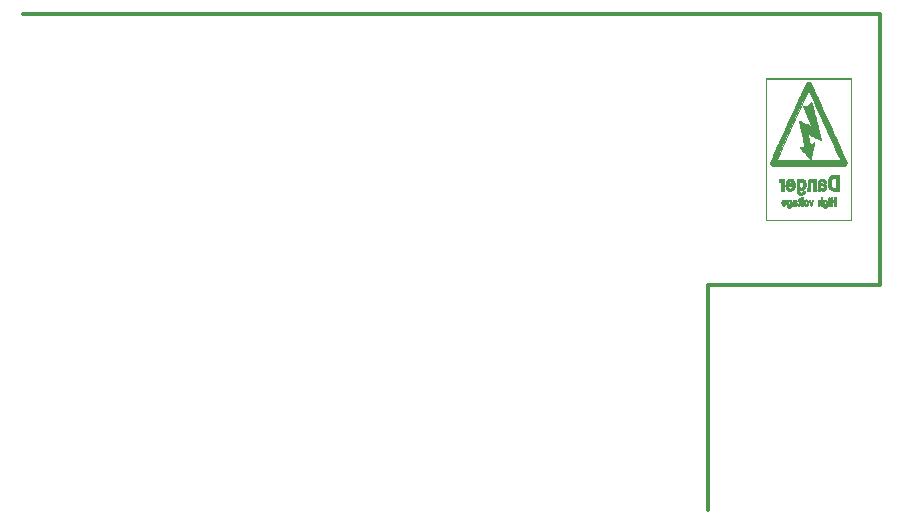
<source format=gbr>
G04 #@! TF.GenerationSoftware,KiCad,Pcbnew,5.1.4+dfsg1-1*
G04 #@! TF.CreationDate,2020-01-26T17:09:30+03:00*
G04 #@! TF.ProjectId,smart-roller-gate-controller,736d6172-742d-4726-9f6c-6c65722d6761,rev?*
G04 #@! TF.SameCoordinates,Original*
G04 #@! TF.FileFunction,Legend,Bot*
G04 #@! TF.FilePolarity,Positive*
%FSLAX46Y46*%
G04 Gerber Fmt 4.6, Leading zero omitted, Abs format (unit mm)*
G04 Created by KiCad (PCBNEW 5.1.4+dfsg1-1) date 2020-01-26 17:09:30*
%MOMM*%
%LPD*%
G04 APERTURE LIST*
%ADD10C,0.300000*%
%ADD11C,0.010000*%
G04 APERTURE END LIST*
D10*
X158000000Y-156000000D02*
X158000000Y-175000000D01*
X172500000Y-156000000D02*
X158000000Y-156000000D01*
X172500000Y-133000000D02*
X172500000Y-156000000D01*
X100000000Y-133000000D02*
X172500000Y-133000000D01*
D11*
G36*
X162876266Y-150511333D02*
G01*
X170089866Y-150511333D01*
X170089866Y-138509833D01*
X170072933Y-138509833D01*
X170072933Y-150490167D01*
X162893200Y-150490167D01*
X162893200Y-138509833D01*
X170072933Y-138509833D01*
X170089866Y-138509833D01*
X170089866Y-138488667D01*
X162876266Y-138488667D01*
X162876266Y-150511333D01*
X162876266Y-150511333D01*
G37*
X162876266Y-150511333D02*
X170089866Y-150511333D01*
X170089866Y-138509833D01*
X170072933Y-138509833D01*
X170072933Y-150490167D01*
X162893200Y-150490167D01*
X162893200Y-138509833D01*
X170072933Y-138509833D01*
X170089866Y-138509833D01*
X170089866Y-138488667D01*
X162876266Y-138488667D01*
X162876266Y-150511333D01*
G36*
X167868553Y-148740694D02*
G01*
X167824567Y-148766283D01*
X167797346Y-148783335D01*
X167786933Y-148776867D01*
X167772223Y-148761164D01*
X167736778Y-148754502D01*
X167736133Y-148754500D01*
X167685333Y-148754500D01*
X167685333Y-149028486D01*
X167685726Y-149141948D01*
X167687568Y-149221422D01*
X167691853Y-149275251D01*
X167699574Y-149311779D01*
X167711725Y-149339347D01*
X167724797Y-149359822D01*
X167756317Y-149395920D01*
X167795344Y-149415156D01*
X167854880Y-149423884D01*
X167856030Y-149423970D01*
X167912416Y-149425554D01*
X167957168Y-149422225D01*
X167973199Y-149417956D01*
X168019932Y-149381653D01*
X168050918Y-149333668D01*
X168057866Y-149301553D01*
X168044260Y-149273419D01*
X168011864Y-149261854D01*
X167973312Y-149267634D01*
X167941235Y-149291540D01*
X167939333Y-149294250D01*
X167901744Y-149323171D01*
X167857372Y-149321319D01*
X167816911Y-149294181D01*
X167791057Y-149247242D01*
X167786933Y-149216063D01*
X167790779Y-149186509D01*
X167807231Y-149193887D01*
X167812454Y-149199125D01*
X167845458Y-149216974D01*
X167894246Y-149227153D01*
X167904557Y-149227783D01*
X167974197Y-149211291D01*
X168029900Y-149162019D01*
X168067622Y-149087673D01*
X168083323Y-148995957D01*
X168082046Y-148981887D01*
X167973199Y-148981887D01*
X167961077Y-149047838D01*
X167930268Y-149092809D01*
X167889112Y-149111004D01*
X167845948Y-149096627D01*
X167830476Y-149081071D01*
X167810910Y-149033762D01*
X167804529Y-148970371D01*
X167811994Y-148911435D01*
X167824186Y-148885733D01*
X167864783Y-148859739D01*
X167909098Y-148866474D01*
X167947530Y-148899743D01*
X167970480Y-148953351D01*
X167973199Y-148981887D01*
X168082046Y-148981887D01*
X168074888Y-148903079D01*
X168043400Y-148823238D01*
X167993105Y-148766604D01*
X167932118Y-148737611D01*
X167868553Y-148740694D01*
X167868553Y-148740694D01*
G37*
X167868553Y-148740694D02*
X167824567Y-148766283D01*
X167797346Y-148783335D01*
X167786933Y-148776867D01*
X167772223Y-148761164D01*
X167736778Y-148754502D01*
X167736133Y-148754500D01*
X167685333Y-148754500D01*
X167685333Y-149028486D01*
X167685726Y-149141948D01*
X167687568Y-149221422D01*
X167691853Y-149275251D01*
X167699574Y-149311779D01*
X167711725Y-149339347D01*
X167724797Y-149359822D01*
X167756317Y-149395920D01*
X167795344Y-149415156D01*
X167854880Y-149423884D01*
X167856030Y-149423970D01*
X167912416Y-149425554D01*
X167957168Y-149422225D01*
X167973199Y-149417956D01*
X168019932Y-149381653D01*
X168050918Y-149333668D01*
X168057866Y-149301553D01*
X168044260Y-149273419D01*
X168011864Y-149261854D01*
X167973312Y-149267634D01*
X167941235Y-149291540D01*
X167939333Y-149294250D01*
X167901744Y-149323171D01*
X167857372Y-149321319D01*
X167816911Y-149294181D01*
X167791057Y-149247242D01*
X167786933Y-149216063D01*
X167790779Y-149186509D01*
X167807231Y-149193887D01*
X167812454Y-149199125D01*
X167845458Y-149216974D01*
X167894246Y-149227153D01*
X167904557Y-149227783D01*
X167974197Y-149211291D01*
X168029900Y-149162019D01*
X168067622Y-149087673D01*
X168083323Y-148995957D01*
X168082046Y-148981887D01*
X167973199Y-148981887D01*
X167961077Y-149047838D01*
X167930268Y-149092809D01*
X167889112Y-149111004D01*
X167845948Y-149096627D01*
X167830476Y-149081071D01*
X167810910Y-149033762D01*
X167804529Y-148970371D01*
X167811994Y-148911435D01*
X167824186Y-148885733D01*
X167864783Y-148859739D01*
X167909098Y-148866474D01*
X167947530Y-148899743D01*
X167970480Y-148953351D01*
X167973199Y-148981887D01*
X168082046Y-148981887D01*
X168074888Y-148903079D01*
X168043400Y-148823238D01*
X167993105Y-148766604D01*
X167932118Y-148737611D01*
X167868553Y-148740694D01*
G36*
X164809230Y-148749720D02*
G01*
X164740070Y-148751273D01*
X164726233Y-148751500D01*
X164654266Y-148752549D01*
X164654266Y-149027511D01*
X164654650Y-149141136D01*
X164656465Y-149220762D01*
X164660707Y-149274722D01*
X164668373Y-149311346D01*
X164680457Y-149338967D01*
X164694045Y-149360280D01*
X164723112Y-149394502D01*
X164758492Y-149414187D01*
X164811878Y-149424817D01*
X164837295Y-149427442D01*
X164896121Y-149431087D01*
X164933622Y-149425736D01*
X164962147Y-149406928D01*
X164993365Y-149371050D01*
X165023052Y-149326817D01*
X165036253Y-149292360D01*
X165035382Y-149283901D01*
X165009524Y-149265982D01*
X164968498Y-149264057D01*
X164928056Y-149276842D01*
X164908266Y-149294250D01*
X164870617Y-149323972D01*
X164827876Y-149322367D01*
X164791586Y-149294496D01*
X164773291Y-149245424D01*
X164772799Y-149234835D01*
X164779480Y-149206477D01*
X164802433Y-149211463D01*
X164862928Y-149227423D01*
X164930927Y-149218758D01*
X164982111Y-149192292D01*
X165025053Y-149133943D01*
X165050276Y-149051339D01*
X165052265Y-149008975D01*
X164940218Y-149008975D01*
X164922294Y-149065949D01*
X164888811Y-149104876D01*
X164857466Y-149114333D01*
X164820204Y-149100018D01*
X164799409Y-149081071D01*
X164776900Y-149026146D01*
X164775696Y-148955691D01*
X164790329Y-148901275D01*
X164821078Y-148868417D01*
X164864702Y-148862641D01*
X164907498Y-148884790D01*
X164915523Y-148893595D01*
X164939116Y-148947132D01*
X164940218Y-149008975D01*
X165052265Y-149008975D01*
X165054638Y-148958435D01*
X165046559Y-148906112D01*
X165015506Y-148819107D01*
X164970042Y-148768045D01*
X164905095Y-148748176D01*
X164877307Y-148747694D01*
X164809230Y-148749720D01*
X164809230Y-148749720D01*
G37*
X164809230Y-148749720D02*
X164740070Y-148751273D01*
X164726233Y-148751500D01*
X164654266Y-148752549D01*
X164654266Y-149027511D01*
X164654650Y-149141136D01*
X164656465Y-149220762D01*
X164660707Y-149274722D01*
X164668373Y-149311346D01*
X164680457Y-149338967D01*
X164694045Y-149360280D01*
X164723112Y-149394502D01*
X164758492Y-149414187D01*
X164811878Y-149424817D01*
X164837295Y-149427442D01*
X164896121Y-149431087D01*
X164933622Y-149425736D01*
X164962147Y-149406928D01*
X164993365Y-149371050D01*
X165023052Y-149326817D01*
X165036253Y-149292360D01*
X165035382Y-149283901D01*
X165009524Y-149265982D01*
X164968498Y-149264057D01*
X164928056Y-149276842D01*
X164908266Y-149294250D01*
X164870617Y-149323972D01*
X164827876Y-149322367D01*
X164791586Y-149294496D01*
X164773291Y-149245424D01*
X164772799Y-149234835D01*
X164779480Y-149206477D01*
X164802433Y-149211463D01*
X164862928Y-149227423D01*
X164930927Y-149218758D01*
X164982111Y-149192292D01*
X165025053Y-149133943D01*
X165050276Y-149051339D01*
X165052265Y-149008975D01*
X164940218Y-149008975D01*
X164922294Y-149065949D01*
X164888811Y-149104876D01*
X164857466Y-149114333D01*
X164820204Y-149100018D01*
X164799409Y-149081071D01*
X164776900Y-149026146D01*
X164775696Y-148955691D01*
X164790329Y-148901275D01*
X164821078Y-148868417D01*
X164864702Y-148862641D01*
X164907498Y-148884790D01*
X164915523Y-148893595D01*
X164939116Y-148947132D01*
X164940218Y-149008975D01*
X165052265Y-149008975D01*
X165054638Y-148958435D01*
X165046559Y-148906112D01*
X165015506Y-148819107D01*
X164970042Y-148768045D01*
X164905095Y-148748176D01*
X164877307Y-148747694D01*
X164809230Y-148749720D01*
G36*
X168667466Y-148818000D02*
G01*
X168464266Y-148818000D01*
X168464266Y-148564000D01*
X168345733Y-148564000D01*
X168345733Y-149265182D01*
X168400766Y-149258549D01*
X168455800Y-149251917D01*
X168460775Y-149098458D01*
X168465750Y-148945000D01*
X168665982Y-148945000D01*
X168670958Y-149098458D01*
X168675933Y-149251917D01*
X168730966Y-149258549D01*
X168785999Y-149265182D01*
X168785999Y-148564000D01*
X168667466Y-148564000D01*
X168667466Y-148818000D01*
X168667466Y-148818000D01*
G37*
X168667466Y-148818000D02*
X168464266Y-148818000D01*
X168464266Y-148564000D01*
X168345733Y-148564000D01*
X168345733Y-149265182D01*
X168400766Y-149258549D01*
X168455800Y-149251917D01*
X168460775Y-149098458D01*
X168465750Y-148945000D01*
X168665982Y-148945000D01*
X168670958Y-149098458D01*
X168675933Y-149251917D01*
X168730966Y-149258549D01*
X168785999Y-149265182D01*
X168785999Y-148564000D01*
X168667466Y-148564000D01*
X168667466Y-148818000D01*
G36*
X168159466Y-149262500D02*
G01*
X168207444Y-149262500D01*
X168246226Y-149257967D01*
X168266711Y-149248389D01*
X168271212Y-149222747D01*
X168274861Y-149163865D01*
X168277254Y-149080833D01*
X168278000Y-148994389D01*
X168278000Y-148754500D01*
X168159466Y-148754500D01*
X168159466Y-149262500D01*
X168159466Y-149262500D01*
G37*
X168159466Y-149262500D02*
X168207444Y-149262500D01*
X168246226Y-149257967D01*
X168266711Y-149248389D01*
X168271212Y-149222747D01*
X168274861Y-149163865D01*
X168277254Y-149080833D01*
X168278000Y-148994389D01*
X168278000Y-148754500D01*
X168159466Y-148754500D01*
X168159466Y-149262500D01*
G36*
X167520934Y-148565919D02*
G01*
X167505809Y-148578587D01*
X167500012Y-148612370D01*
X167499066Y-148677637D01*
X167499066Y-148681617D01*
X167498496Y-148748083D01*
X167494578Y-148779672D01*
X167483996Y-148783838D01*
X167463437Y-148768038D01*
X167461432Y-148766283D01*
X167400164Y-148735925D01*
X167337284Y-148744492D01*
X167286630Y-148785288D01*
X167267636Y-148812099D01*
X167255507Y-148841699D01*
X167248718Y-148883836D01*
X167245746Y-148948258D01*
X167245067Y-149044715D01*
X167245066Y-149051212D01*
X167245066Y-149265182D01*
X167300099Y-149258549D01*
X167355133Y-149251917D01*
X167363599Y-149061417D01*
X167368329Y-148970455D01*
X167373906Y-148913500D01*
X167382181Y-148882241D01*
X167395005Y-148868370D01*
X167407415Y-148864603D01*
X167441401Y-148869147D01*
X167465702Y-148900078D01*
X167482159Y-148962209D01*
X167492614Y-149060356D01*
X167494578Y-149092391D01*
X167503905Y-149262500D01*
X167600666Y-149262500D01*
X167600666Y-148564000D01*
X167549866Y-148564000D01*
X167520934Y-148565919D01*
X167520934Y-148565919D01*
G37*
X167520934Y-148565919D02*
X167505809Y-148578587D01*
X167500012Y-148612370D01*
X167499066Y-148677637D01*
X167499066Y-148681617D01*
X167498496Y-148748083D01*
X167494578Y-148779672D01*
X167483996Y-148783838D01*
X167463437Y-148768038D01*
X167461432Y-148766283D01*
X167400164Y-148735925D01*
X167337284Y-148744492D01*
X167286630Y-148785288D01*
X167267636Y-148812099D01*
X167255507Y-148841699D01*
X167248718Y-148883836D01*
X167245746Y-148948258D01*
X167245067Y-149044715D01*
X167245066Y-149051212D01*
X167245066Y-149265182D01*
X167300099Y-149258549D01*
X167355133Y-149251917D01*
X167363599Y-149061417D01*
X167368329Y-148970455D01*
X167373906Y-148913500D01*
X167382181Y-148882241D01*
X167395005Y-148868370D01*
X167407415Y-148864603D01*
X167441401Y-148869147D01*
X167465702Y-148900078D01*
X167482159Y-148962209D01*
X167492614Y-149060356D01*
X167494578Y-149092391D01*
X167503905Y-149262500D01*
X167600666Y-149262500D01*
X167600666Y-148564000D01*
X167549866Y-148564000D01*
X167520934Y-148565919D01*
G36*
X166519077Y-148756879D02*
G01*
X166500343Y-148762708D01*
X166500000Y-148763713D01*
X166505340Y-148786058D01*
X166519904Y-148840261D01*
X166541500Y-148918322D01*
X166567942Y-149012243D01*
X166569495Y-149017713D01*
X166598922Y-149120079D01*
X166620481Y-149189030D01*
X166637380Y-149231155D01*
X166652823Y-149253046D01*
X166670016Y-149261293D01*
X166688560Y-149262500D01*
X166726559Y-149254411D01*
X166746002Y-149236042D01*
X166756283Y-149199519D01*
X166773286Y-149137149D01*
X166794437Y-149058592D01*
X166817163Y-148973508D01*
X166838892Y-148891558D01*
X166857051Y-148822403D01*
X166869068Y-148775703D01*
X166872533Y-148760924D01*
X166857694Y-148756555D01*
X166821539Y-148754519D01*
X166817260Y-148754500D01*
X166788745Y-148756398D01*
X166769624Y-148767809D01*
X166754821Y-148797306D01*
X166739263Y-148853462D01*
X166726424Y-148907958D01*
X166690862Y-149061417D01*
X166653048Y-148907958D01*
X166633238Y-148830199D01*
X166617896Y-148784476D01*
X166601734Y-148762286D01*
X166579463Y-148755124D01*
X166557617Y-148754500D01*
X166519077Y-148756879D01*
X166519077Y-148756879D01*
G37*
X166519077Y-148756879D02*
X166500343Y-148762708D01*
X166500000Y-148763713D01*
X166505340Y-148786058D01*
X166519904Y-148840261D01*
X166541500Y-148918322D01*
X166567942Y-149012243D01*
X166569495Y-149017713D01*
X166598922Y-149120079D01*
X166620481Y-149189030D01*
X166637380Y-149231155D01*
X166652823Y-149253046D01*
X166670016Y-149261293D01*
X166688560Y-149262500D01*
X166726559Y-149254411D01*
X166746002Y-149236042D01*
X166756283Y-149199519D01*
X166773286Y-149137149D01*
X166794437Y-149058592D01*
X166817163Y-148973508D01*
X166838892Y-148891558D01*
X166857051Y-148822403D01*
X166869068Y-148775703D01*
X166872533Y-148760924D01*
X166857694Y-148756555D01*
X166821539Y-148754519D01*
X166817260Y-148754500D01*
X166788745Y-148756398D01*
X166769624Y-148767809D01*
X166754821Y-148797306D01*
X166739263Y-148853462D01*
X166726424Y-148907958D01*
X166690862Y-149061417D01*
X166653048Y-148907958D01*
X166633238Y-148830199D01*
X166617896Y-148784476D01*
X166601734Y-148762286D01*
X166579463Y-148755124D01*
X166557617Y-148754500D01*
X166519077Y-148756879D01*
G36*
X166182670Y-148751628D02*
G01*
X166120282Y-148803882D01*
X166078566Y-148886143D01*
X166060321Y-148994464D01*
X166059733Y-149020149D01*
X166063904Y-149088667D01*
X166081314Y-149139048D01*
X166117306Y-149190533D01*
X166157769Y-149235121D01*
X166195676Y-149256328D01*
X166247457Y-149262383D01*
X166260972Y-149262500D01*
X166321155Y-149257348D01*
X166364449Y-149237234D01*
X166400308Y-149203034D01*
X166435982Y-149153746D01*
X166454577Y-149096958D01*
X166461727Y-149037206D01*
X166460689Y-149011931D01*
X166353623Y-149011931D01*
X166346899Y-149083029D01*
X166330767Y-149124765D01*
X166294320Y-149150960D01*
X166246424Y-149154027D01*
X166203835Y-149134276D01*
X166193424Y-149122243D01*
X166174557Y-149066267D01*
X166171692Y-148993077D01*
X166184090Y-148922258D01*
X166202442Y-148883191D01*
X166245435Y-148844768D01*
X166288326Y-148848675D01*
X166323484Y-148883275D01*
X166345619Y-148938761D01*
X166353623Y-149011931D01*
X166460689Y-149011931D01*
X166457118Y-148924986D01*
X166426662Y-148834405D01*
X166373426Y-148770154D01*
X166300476Y-148736921D01*
X166262933Y-148733333D01*
X166182670Y-148751628D01*
X166182670Y-148751628D01*
G37*
X166182670Y-148751628D02*
X166120282Y-148803882D01*
X166078566Y-148886143D01*
X166060321Y-148994464D01*
X166059733Y-149020149D01*
X166063904Y-149088667D01*
X166081314Y-149139048D01*
X166117306Y-149190533D01*
X166157769Y-149235121D01*
X166195676Y-149256328D01*
X166247457Y-149262383D01*
X166260972Y-149262500D01*
X166321155Y-149257348D01*
X166364449Y-149237234D01*
X166400308Y-149203034D01*
X166435982Y-149153746D01*
X166454577Y-149096958D01*
X166461727Y-149037206D01*
X166460689Y-149011931D01*
X166353623Y-149011931D01*
X166346899Y-149083029D01*
X166330767Y-149124765D01*
X166294320Y-149150960D01*
X166246424Y-149154027D01*
X166203835Y-149134276D01*
X166193424Y-149122243D01*
X166174557Y-149066267D01*
X166171692Y-148993077D01*
X166184090Y-148922258D01*
X166202442Y-148883191D01*
X166245435Y-148844768D01*
X166288326Y-148848675D01*
X166323484Y-148883275D01*
X166345619Y-148938761D01*
X166353623Y-149011931D01*
X166460689Y-149011931D01*
X166457118Y-148924986D01*
X166426662Y-148834405D01*
X166373426Y-148770154D01*
X166300476Y-148736921D01*
X166262933Y-148733333D01*
X166182670Y-148751628D01*
G36*
X165873466Y-149262500D02*
G01*
X165921444Y-149262500D01*
X165960226Y-149257967D01*
X165980711Y-149248389D01*
X165984558Y-149223418D01*
X165987842Y-149163642D01*
X165990320Y-149076587D01*
X165991748Y-148969781D01*
X165992000Y-148899139D01*
X165992000Y-148564000D01*
X165873466Y-148564000D01*
X165873466Y-149262500D01*
X165873466Y-149262500D01*
G37*
X165873466Y-149262500D02*
X165921444Y-149262500D01*
X165960226Y-149257967D01*
X165980711Y-149248389D01*
X165984558Y-149223418D01*
X165987842Y-149163642D01*
X165990320Y-149076587D01*
X165991748Y-148969781D01*
X165992000Y-148899139D01*
X165992000Y-148564000D01*
X165873466Y-148564000D01*
X165873466Y-149262500D01*
G36*
X165699899Y-148589117D02*
G01*
X165663295Y-148597843D01*
X165646442Y-148621143D01*
X165639776Y-148672658D01*
X165639611Y-148675125D01*
X165631982Y-148729439D01*
X165615564Y-148751953D01*
X165601511Y-148754500D01*
X165575399Y-148769215D01*
X165568146Y-148802188D01*
X165579580Y-148836656D01*
X165602533Y-148854200D01*
X165621196Y-148865711D01*
X165631473Y-148891593D01*
X165635732Y-148942062D01*
X165636399Y-149000385D01*
X165635306Y-149074032D01*
X165630449Y-149114809D01*
X165619467Y-149132146D01*
X165602533Y-149135500D01*
X165577743Y-149145479D01*
X165569016Y-149182608D01*
X165568666Y-149199000D01*
X165572832Y-149243878D01*
X165591811Y-149259816D01*
X165615233Y-149260829D01*
X165659723Y-149255534D01*
X165687199Y-149247811D01*
X165721075Y-149221426D01*
X165742202Y-149173972D01*
X165752719Y-149098099D01*
X165754933Y-149015038D01*
X165756322Y-148932527D01*
X165761333Y-148884541D01*
X165771230Y-148863371D01*
X165780333Y-148860333D01*
X165800761Y-148841933D01*
X165805733Y-148807417D01*
X165796901Y-148764857D01*
X165780333Y-148754500D01*
X165762798Y-148740738D01*
X165755462Y-148694946D01*
X165754933Y-148668492D01*
X165753362Y-148613944D01*
X165743493Y-148590570D01*
X165717593Y-148587217D01*
X165699899Y-148589117D01*
X165699899Y-148589117D01*
G37*
X165699899Y-148589117D02*
X165663295Y-148597843D01*
X165646442Y-148621143D01*
X165639776Y-148672658D01*
X165639611Y-148675125D01*
X165631982Y-148729439D01*
X165615564Y-148751953D01*
X165601511Y-148754500D01*
X165575399Y-148769215D01*
X165568146Y-148802188D01*
X165579580Y-148836656D01*
X165602533Y-148854200D01*
X165621196Y-148865711D01*
X165631473Y-148891593D01*
X165635732Y-148942062D01*
X165636399Y-149000385D01*
X165635306Y-149074032D01*
X165630449Y-149114809D01*
X165619467Y-149132146D01*
X165602533Y-149135500D01*
X165577743Y-149145479D01*
X165569016Y-149182608D01*
X165568666Y-149199000D01*
X165572832Y-149243878D01*
X165591811Y-149259816D01*
X165615233Y-149260829D01*
X165659723Y-149255534D01*
X165687199Y-149247811D01*
X165721075Y-149221426D01*
X165742202Y-149173972D01*
X165752719Y-149098099D01*
X165754933Y-149015038D01*
X165756322Y-148932527D01*
X165761333Y-148884541D01*
X165771230Y-148863371D01*
X165780333Y-148860333D01*
X165800761Y-148841933D01*
X165805733Y-148807417D01*
X165796901Y-148764857D01*
X165780333Y-148754500D01*
X165762798Y-148740738D01*
X165755462Y-148694946D01*
X165754933Y-148668492D01*
X165753362Y-148613944D01*
X165743493Y-148590570D01*
X165717593Y-148587217D01*
X165699899Y-148589117D01*
G36*
X165249540Y-148744696D02*
G01*
X165186981Y-148780402D01*
X165171745Y-148796701D01*
X165155129Y-148823366D01*
X165144072Y-148859919D01*
X165137075Y-148915735D01*
X165132642Y-149000185D01*
X165131046Y-149051379D01*
X165125226Y-149262500D01*
X165176202Y-149262500D01*
X165214238Y-149255332D01*
X165233631Y-149238298D01*
X165246855Y-149224682D01*
X165276262Y-149238298D01*
X165343542Y-149261118D01*
X165413199Y-149248310D01*
X165456316Y-149218630D01*
X165491656Y-149166222D01*
X165498485Y-149119457D01*
X165400092Y-149119457D01*
X165388044Y-149142555D01*
X165358944Y-149155410D01*
X165316289Y-149154180D01*
X165277957Y-149140537D01*
X165267253Y-149131267D01*
X165250899Y-149090786D01*
X165246933Y-149056780D01*
X165251350Y-149022892D01*
X165271408Y-149016242D01*
X165293499Y-149021608D01*
X165357480Y-149048832D01*
X165393799Y-149082457D01*
X165400092Y-149119457D01*
X165498485Y-149119457D01*
X165500933Y-149102702D01*
X165491632Y-149042633D01*
X165460678Y-148998442D01*
X165403491Y-148965407D01*
X165350720Y-148947859D01*
X165285483Y-148923193D01*
X165253556Y-148894763D01*
X165254488Y-148862177D01*
X165281509Y-148842323D01*
X165322394Y-148842271D01*
X165361582Y-148860860D01*
X165371514Y-148870917D01*
X165407722Y-148895691D01*
X165440457Y-148902667D01*
X165475201Y-148890767D01*
X165482481Y-148858834D01*
X165461752Y-148812516D01*
X165450564Y-148797372D01*
X165393524Y-148753210D01*
X165322452Y-148735642D01*
X165249540Y-148744696D01*
X165249540Y-148744696D01*
G37*
X165249540Y-148744696D02*
X165186981Y-148780402D01*
X165171745Y-148796701D01*
X165155129Y-148823366D01*
X165144072Y-148859919D01*
X165137075Y-148915735D01*
X165132642Y-149000185D01*
X165131046Y-149051379D01*
X165125226Y-149262500D01*
X165176202Y-149262500D01*
X165214238Y-149255332D01*
X165233631Y-149238298D01*
X165246855Y-149224682D01*
X165276262Y-149238298D01*
X165343542Y-149261118D01*
X165413199Y-149248310D01*
X165456316Y-149218630D01*
X165491656Y-149166222D01*
X165498485Y-149119457D01*
X165400092Y-149119457D01*
X165388044Y-149142555D01*
X165358944Y-149155410D01*
X165316289Y-149154180D01*
X165277957Y-149140537D01*
X165267253Y-149131267D01*
X165250899Y-149090786D01*
X165246933Y-149056780D01*
X165251350Y-149022892D01*
X165271408Y-149016242D01*
X165293499Y-149021608D01*
X165357480Y-149048832D01*
X165393799Y-149082457D01*
X165400092Y-149119457D01*
X165498485Y-149119457D01*
X165500933Y-149102702D01*
X165491632Y-149042633D01*
X165460678Y-148998442D01*
X165403491Y-148965407D01*
X165350720Y-148947859D01*
X165285483Y-148923193D01*
X165253556Y-148894763D01*
X165254488Y-148862177D01*
X165281509Y-148842323D01*
X165322394Y-148842271D01*
X165361582Y-148860860D01*
X165371514Y-148870917D01*
X165407722Y-148895691D01*
X165440457Y-148902667D01*
X165475201Y-148890767D01*
X165482481Y-148858834D01*
X165461752Y-148812516D01*
X165450564Y-148797372D01*
X165393524Y-148753210D01*
X165322452Y-148735642D01*
X165249540Y-148744696D01*
G36*
X164341081Y-148740278D02*
G01*
X164274351Y-148779898D01*
X164266419Y-148787795D01*
X164232834Y-148836819D01*
X164205031Y-148900869D01*
X164187564Y-148965717D01*
X164184988Y-149017135D01*
X164188841Y-149030155D01*
X164209484Y-149039863D01*
X164255105Y-149047126D01*
X164316828Y-149050675D01*
X164333532Y-149050833D01*
X164406819Y-149053041D01*
X164449543Y-149061088D01*
X164464880Y-149077110D01*
X164456004Y-149103243D01*
X164441390Y-149123405D01*
X164396687Y-149153950D01*
X164346538Y-149143661D01*
X164323069Y-149125590D01*
X164289093Y-149105167D01*
X164248535Y-149094961D01*
X164213788Y-149096250D01*
X164197243Y-149110311D01*
X164197066Y-149112602D01*
X164212638Y-149175357D01*
X164256049Y-149223742D01*
X164322344Y-149253953D01*
X164392261Y-149262500D01*
X164449611Y-149256408D01*
X164490973Y-149232727D01*
X164518857Y-149202185D01*
X164564350Y-149116753D01*
X164582468Y-149013550D01*
X164572950Y-148916872D01*
X164465809Y-148916872D01*
X164457274Y-148935438D01*
X164419434Y-148943837D01*
X164382737Y-148945000D01*
X164333098Y-148943719D01*
X164310654Y-148937076D01*
X164308744Y-148920874D01*
X164315599Y-148902667D01*
X164345987Y-148870736D01*
X164390697Y-148860203D01*
X164433943Y-148873090D01*
X164447680Y-148885733D01*
X164465809Y-148916872D01*
X164572950Y-148916872D01*
X164571524Y-148902388D01*
X164570868Y-148899612D01*
X164535595Y-148818205D01*
X164480005Y-148762480D01*
X164412400Y-148735488D01*
X164341081Y-148740278D01*
X164341081Y-148740278D01*
G37*
X164341081Y-148740278D02*
X164274351Y-148779898D01*
X164266419Y-148787795D01*
X164232834Y-148836819D01*
X164205031Y-148900869D01*
X164187564Y-148965717D01*
X164184988Y-149017135D01*
X164188841Y-149030155D01*
X164209484Y-149039863D01*
X164255105Y-149047126D01*
X164316828Y-149050675D01*
X164333532Y-149050833D01*
X164406819Y-149053041D01*
X164449543Y-149061088D01*
X164464880Y-149077110D01*
X164456004Y-149103243D01*
X164441390Y-149123405D01*
X164396687Y-149153950D01*
X164346538Y-149143661D01*
X164323069Y-149125590D01*
X164289093Y-149105167D01*
X164248535Y-149094961D01*
X164213788Y-149096250D01*
X164197243Y-149110311D01*
X164197066Y-149112602D01*
X164212638Y-149175357D01*
X164256049Y-149223742D01*
X164322344Y-149253953D01*
X164392261Y-149262500D01*
X164449611Y-149256408D01*
X164490973Y-149232727D01*
X164518857Y-149202185D01*
X164564350Y-149116753D01*
X164582468Y-149013550D01*
X164572950Y-148916872D01*
X164465809Y-148916872D01*
X164457274Y-148935438D01*
X164419434Y-148943837D01*
X164382737Y-148945000D01*
X164333098Y-148943719D01*
X164310654Y-148937076D01*
X164308744Y-148920874D01*
X164315599Y-148902667D01*
X164345987Y-148870736D01*
X164390697Y-148860203D01*
X164433943Y-148873090D01*
X164447680Y-148885733D01*
X164465809Y-148916872D01*
X164572950Y-148916872D01*
X164571524Y-148902388D01*
X164570868Y-148899612D01*
X164535595Y-148818205D01*
X164480005Y-148762480D01*
X164412400Y-148735488D01*
X164341081Y-148740278D01*
G36*
X168178914Y-148567540D02*
G01*
X168162582Y-148585495D01*
X168159466Y-148627500D01*
X168163757Y-148672574D01*
X168183352Y-148689165D01*
X168207444Y-148691000D01*
X168246226Y-148686467D01*
X168266711Y-148676889D01*
X168275621Y-148646601D01*
X168278000Y-148613389D01*
X168273015Y-148579850D01*
X168251554Y-148566150D01*
X168218733Y-148564000D01*
X168178914Y-148567540D01*
X168178914Y-148567540D01*
G37*
X168178914Y-148567540D02*
X168162582Y-148585495D01*
X168159466Y-148627500D01*
X168163757Y-148672574D01*
X168183352Y-148689165D01*
X168207444Y-148691000D01*
X168246226Y-148686467D01*
X168266711Y-148676889D01*
X168275621Y-148646601D01*
X168278000Y-148613389D01*
X168273015Y-148579850D01*
X168251554Y-148566150D01*
X168218733Y-148564000D01*
X168178914Y-148567540D01*
G36*
X165798346Y-146993656D02*
G01*
X165743137Y-147031939D01*
X165722371Y-147052459D01*
X165670266Y-147107263D01*
X165670266Y-147052465D01*
X165668296Y-147022109D01*
X165657076Y-147005722D01*
X165628643Y-146999007D01*
X165575031Y-146997670D01*
X165568666Y-146997667D01*
X165467066Y-146997667D01*
X165467066Y-147516930D01*
X165467461Y-147694371D01*
X165469091Y-147834887D01*
X165472625Y-147943880D01*
X165478733Y-148026754D01*
X165488083Y-148088911D01*
X165501345Y-148135752D01*
X165519187Y-148172682D01*
X165542279Y-148205102D01*
X165554015Y-148219031D01*
X165620213Y-148273272D01*
X165707644Y-148314734D01*
X165804472Y-148339762D01*
X165898858Y-148344704D01*
X165941200Y-148338555D01*
X166039687Y-148301764D01*
X166120290Y-148243380D01*
X166177566Y-148168430D01*
X166203713Y-148096119D01*
X166208001Y-148066067D01*
X166201327Y-148048436D01*
X166176764Y-148038373D01*
X166127382Y-148031023D01*
X166107517Y-148028715D01*
X166040798Y-148024704D01*
X166002318Y-148030800D01*
X165994116Y-148038866D01*
X165961961Y-148095078D01*
X165909582Y-148130362D01*
X165847001Y-148142834D01*
X165784238Y-148130612D01*
X165731317Y-148091814D01*
X165728763Y-148088712D01*
X165699581Y-148038541D01*
X165688067Y-147974796D01*
X165687199Y-147941183D01*
X165687199Y-147845609D01*
X165748829Y-147897888D01*
X165804090Y-147933921D01*
X165866819Y-147948807D01*
X165901904Y-147950167D01*
X166010155Y-147931580D01*
X166101407Y-147876861D01*
X166174081Y-147787566D01*
X166226595Y-147665253D01*
X166239336Y-147617461D01*
X166257098Y-147478676D01*
X166254799Y-147446887D01*
X166040708Y-147446887D01*
X166035751Y-147514242D01*
X166009081Y-147604516D01*
X165963996Y-147670811D01*
X165907193Y-147710788D01*
X165845372Y-147722111D01*
X165785228Y-147702441D01*
X165733459Y-147649441D01*
X165719535Y-147624610D01*
X165696311Y-147548141D01*
X165687761Y-147456270D01*
X165694807Y-147369238D01*
X165706115Y-147329650D01*
X165751897Y-147257384D01*
X165812156Y-147216873D01*
X165878711Y-147209925D01*
X165943379Y-147238350D01*
X165975502Y-147270121D01*
X166024016Y-147353665D01*
X166040708Y-147446887D01*
X166254799Y-147446887D01*
X166247456Y-147345409D01*
X166213317Y-147223906D01*
X166157590Y-147120415D01*
X166083183Y-147041184D01*
X165993004Y-146992459D01*
X165943308Y-146981536D01*
X165861040Y-146978149D01*
X165798346Y-146993656D01*
X165798346Y-146993656D01*
G37*
X165798346Y-146993656D02*
X165743137Y-147031939D01*
X165722371Y-147052459D01*
X165670266Y-147107263D01*
X165670266Y-147052465D01*
X165668296Y-147022109D01*
X165657076Y-147005722D01*
X165628643Y-146999007D01*
X165575031Y-146997670D01*
X165568666Y-146997667D01*
X165467066Y-146997667D01*
X165467066Y-147516930D01*
X165467461Y-147694371D01*
X165469091Y-147834887D01*
X165472625Y-147943880D01*
X165478733Y-148026754D01*
X165488083Y-148088911D01*
X165501345Y-148135752D01*
X165519187Y-148172682D01*
X165542279Y-148205102D01*
X165554015Y-148219031D01*
X165620213Y-148273272D01*
X165707644Y-148314734D01*
X165804472Y-148339762D01*
X165898858Y-148344704D01*
X165941200Y-148338555D01*
X166039687Y-148301764D01*
X166120290Y-148243380D01*
X166177566Y-148168430D01*
X166203713Y-148096119D01*
X166208001Y-148066067D01*
X166201327Y-148048436D01*
X166176764Y-148038373D01*
X166127382Y-148031023D01*
X166107517Y-148028715D01*
X166040798Y-148024704D01*
X166002318Y-148030800D01*
X165994116Y-148038866D01*
X165961961Y-148095078D01*
X165909582Y-148130362D01*
X165847001Y-148142834D01*
X165784238Y-148130612D01*
X165731317Y-148091814D01*
X165728763Y-148088712D01*
X165699581Y-148038541D01*
X165688067Y-147974796D01*
X165687199Y-147941183D01*
X165687199Y-147845609D01*
X165748829Y-147897888D01*
X165804090Y-147933921D01*
X165866819Y-147948807D01*
X165901904Y-147950167D01*
X166010155Y-147931580D01*
X166101407Y-147876861D01*
X166174081Y-147787566D01*
X166226595Y-147665253D01*
X166239336Y-147617461D01*
X166257098Y-147478676D01*
X166254799Y-147446887D01*
X166040708Y-147446887D01*
X166035751Y-147514242D01*
X166009081Y-147604516D01*
X165963996Y-147670811D01*
X165907193Y-147710788D01*
X165845372Y-147722111D01*
X165785228Y-147702441D01*
X165733459Y-147649441D01*
X165719535Y-147624610D01*
X165696311Y-147548141D01*
X165687761Y-147456270D01*
X165694807Y-147369238D01*
X165706115Y-147329650D01*
X165751897Y-147257384D01*
X165812156Y-147216873D01*
X165878711Y-147209925D01*
X165943379Y-147238350D01*
X165975502Y-147270121D01*
X166024016Y-147353665D01*
X166040708Y-147446887D01*
X166254799Y-147446887D01*
X166247456Y-147345409D01*
X166213317Y-147223906D01*
X166157590Y-147120415D01*
X166083183Y-147041184D01*
X165993004Y-146992459D01*
X165943308Y-146981536D01*
X165861040Y-146978149D01*
X165798346Y-146993656D01*
G36*
X164851034Y-146986660D02*
G01*
X164754090Y-147023341D01*
X164675508Y-147086250D01*
X164659327Y-147106263D01*
X164615371Y-147185525D01*
X164576865Y-147290143D01*
X164549432Y-147403142D01*
X164541041Y-147463354D01*
X164531016Y-147569167D01*
X164821241Y-147569167D01*
X164916118Y-147569788D01*
X164997993Y-147571512D01*
X165061390Y-147574124D01*
X165100835Y-147577414D01*
X165111466Y-147580430D01*
X165105537Y-147605611D01*
X165090958Y-147652949D01*
X165087855Y-147662330D01*
X165045789Y-147741846D01*
X164987845Y-147789871D01*
X164921544Y-147804411D01*
X164854409Y-147783474D01*
X164803438Y-147737721D01*
X164772416Y-147702004D01*
X164744979Y-147684499D01*
X164708715Y-147681099D01*
X164651909Y-147687599D01*
X164596539Y-147696772D01*
X164568020Y-147707235D01*
X164559437Y-147723570D01*
X164562923Y-147746587D01*
X164593572Y-147824429D01*
X164640591Y-147897740D01*
X164674995Y-147933581D01*
X164765461Y-147986477D01*
X164870133Y-148015431D01*
X164974691Y-148017541D01*
X165029363Y-148005414D01*
X165119708Y-147964329D01*
X165188291Y-147905556D01*
X165235243Y-147839477D01*
X165286318Y-147724661D01*
X165313484Y-147597738D01*
X165318206Y-147466104D01*
X165302029Y-147337794D01*
X165096505Y-147337794D01*
X165084770Y-147360760D01*
X165044964Y-147373355D01*
X164974769Y-147378257D01*
X164933666Y-147378667D01*
X164857567Y-147377640D01*
X164809429Y-147373748D01*
X164783373Y-147365769D01*
X164773521Y-147352485D01*
X164772799Y-147345288D01*
X164784073Y-147310049D01*
X164812146Y-147263437D01*
X164822297Y-147250038D01*
X164871924Y-147203429D01*
X164926918Y-147188289D01*
X164933666Y-147188167D01*
X164990147Y-147200506D01*
X165039593Y-147243388D01*
X165045035Y-147250038D01*
X165082488Y-147301779D01*
X165096505Y-147337794D01*
X165302029Y-147337794D01*
X165301947Y-147337151D01*
X165266168Y-147218273D01*
X165212334Y-147116865D01*
X165141908Y-147040320D01*
X165069133Y-146999996D01*
X164958622Y-146978212D01*
X164851034Y-146986660D01*
X164851034Y-146986660D01*
G37*
X164851034Y-146986660D02*
X164754090Y-147023341D01*
X164675508Y-147086250D01*
X164659327Y-147106263D01*
X164615371Y-147185525D01*
X164576865Y-147290143D01*
X164549432Y-147403142D01*
X164541041Y-147463354D01*
X164531016Y-147569167D01*
X164821241Y-147569167D01*
X164916118Y-147569788D01*
X164997993Y-147571512D01*
X165061390Y-147574124D01*
X165100835Y-147577414D01*
X165111466Y-147580430D01*
X165105537Y-147605611D01*
X165090958Y-147652949D01*
X165087855Y-147662330D01*
X165045789Y-147741846D01*
X164987845Y-147789871D01*
X164921544Y-147804411D01*
X164854409Y-147783474D01*
X164803438Y-147737721D01*
X164772416Y-147702004D01*
X164744979Y-147684499D01*
X164708715Y-147681099D01*
X164651909Y-147687599D01*
X164596539Y-147696772D01*
X164568020Y-147707235D01*
X164559437Y-147723570D01*
X164562923Y-147746587D01*
X164593572Y-147824429D01*
X164640591Y-147897740D01*
X164674995Y-147933581D01*
X164765461Y-147986477D01*
X164870133Y-148015431D01*
X164974691Y-148017541D01*
X165029363Y-148005414D01*
X165119708Y-147964329D01*
X165188291Y-147905556D01*
X165235243Y-147839477D01*
X165286318Y-147724661D01*
X165313484Y-147597738D01*
X165318206Y-147466104D01*
X165302029Y-147337794D01*
X165096505Y-147337794D01*
X165084770Y-147360760D01*
X165044964Y-147373355D01*
X164974769Y-147378257D01*
X164933666Y-147378667D01*
X164857567Y-147377640D01*
X164809429Y-147373748D01*
X164783373Y-147365769D01*
X164773521Y-147352485D01*
X164772799Y-147345288D01*
X164784073Y-147310049D01*
X164812146Y-147263437D01*
X164822297Y-147250038D01*
X164871924Y-147203429D01*
X164926918Y-147188289D01*
X164933666Y-147188167D01*
X164990147Y-147200506D01*
X165039593Y-147243388D01*
X165045035Y-147250038D01*
X165082488Y-147301779D01*
X165096505Y-147337794D01*
X165302029Y-147337794D01*
X165301947Y-147337151D01*
X165266168Y-147218273D01*
X165212334Y-147116865D01*
X165141908Y-147040320D01*
X165069133Y-146999996D01*
X164958622Y-146978212D01*
X164851034Y-146986660D01*
G36*
X167571475Y-146978022D02*
G01*
X167476301Y-146999662D01*
X167397287Y-147041056D01*
X167366224Y-147069390D01*
X167335625Y-147107312D01*
X167313087Y-147146911D01*
X167297400Y-147195232D01*
X167287354Y-147259319D01*
X167281739Y-147346214D01*
X167279344Y-147462962D01*
X167278933Y-147577450D01*
X167277926Y-147709560D01*
X167275060Y-147816376D01*
X167270570Y-147892893D01*
X167264689Y-147934105D01*
X167261999Y-147939583D01*
X167244134Y-147963223D01*
X167258393Y-147980420D01*
X167303333Y-147990337D01*
X167353297Y-147992500D01*
X167412417Y-147991222D01*
X167446178Y-147984917D01*
X167463070Y-147969878D01*
X167471585Y-147942398D01*
X167471928Y-147940706D01*
X167482327Y-147888913D01*
X167524804Y-147938121D01*
X167588803Y-147986172D01*
X167671057Y-148010160D01*
X167761051Y-148008356D01*
X167829266Y-147988188D01*
X167899170Y-147939654D01*
X167955307Y-147866509D01*
X167992369Y-147779366D01*
X168003807Y-147697706D01*
X167786933Y-147697706D01*
X167776554Y-147752424D01*
X167742996Y-147785627D01*
X167682628Y-147800156D01*
X167654397Y-147801356D01*
X167597688Y-147794486D01*
X167554848Y-147766449D01*
X167531630Y-147740128D01*
X167497827Y-147687487D01*
X167483906Y-147629847D01*
X167482133Y-147583676D01*
X167482133Y-147489096D01*
X167610595Y-147538640D01*
X167689553Y-147571116D01*
X167741096Y-147598984D01*
X167770787Y-147627262D01*
X167784191Y-147660970D01*
X167786933Y-147697706D01*
X168003807Y-147697706D01*
X168005050Y-147688839D01*
X168000576Y-147645556D01*
X167982509Y-147595435D01*
X167950729Y-147536670D01*
X167939360Y-147519523D01*
X167882551Y-147462630D01*
X167798931Y-147417141D01*
X167685986Y-147381879D01*
X167612527Y-147366785D01*
X167545710Y-147346117D01*
X167500273Y-147313812D01*
X167482216Y-147274264D01*
X167482133Y-147271321D01*
X167493023Y-147243301D01*
X167515999Y-147209333D01*
X167566176Y-147173738D01*
X167628478Y-147166126D01*
X167690037Y-147185913D01*
X167728436Y-147218954D01*
X167756544Y-147259954D01*
X167769838Y-147290884D01*
X167769999Y-147293038D01*
X167785558Y-147305619D01*
X167826893Y-147313474D01*
X167865348Y-147315167D01*
X167960697Y-147315167D01*
X167950626Y-147237587D01*
X167924415Y-147153370D01*
X167873571Y-147076373D01*
X167807118Y-147018515D01*
X167771248Y-147000635D01*
X167673046Y-146977794D01*
X167571475Y-146978022D01*
X167571475Y-146978022D01*
G37*
X167571475Y-146978022D02*
X167476301Y-146999662D01*
X167397287Y-147041056D01*
X167366224Y-147069390D01*
X167335625Y-147107312D01*
X167313087Y-147146911D01*
X167297400Y-147195232D01*
X167287354Y-147259319D01*
X167281739Y-147346214D01*
X167279344Y-147462962D01*
X167278933Y-147577450D01*
X167277926Y-147709560D01*
X167275060Y-147816376D01*
X167270570Y-147892893D01*
X167264689Y-147934105D01*
X167261999Y-147939583D01*
X167244134Y-147963223D01*
X167258393Y-147980420D01*
X167303333Y-147990337D01*
X167353297Y-147992500D01*
X167412417Y-147991222D01*
X167446178Y-147984917D01*
X167463070Y-147969878D01*
X167471585Y-147942398D01*
X167471928Y-147940706D01*
X167482327Y-147888913D01*
X167524804Y-147938121D01*
X167588803Y-147986172D01*
X167671057Y-148010160D01*
X167761051Y-148008356D01*
X167829266Y-147988188D01*
X167899170Y-147939654D01*
X167955307Y-147866509D01*
X167992369Y-147779366D01*
X168003807Y-147697706D01*
X167786933Y-147697706D01*
X167776554Y-147752424D01*
X167742996Y-147785627D01*
X167682628Y-147800156D01*
X167654397Y-147801356D01*
X167597688Y-147794486D01*
X167554848Y-147766449D01*
X167531630Y-147740128D01*
X167497827Y-147687487D01*
X167483906Y-147629847D01*
X167482133Y-147583676D01*
X167482133Y-147489096D01*
X167610595Y-147538640D01*
X167689553Y-147571116D01*
X167741096Y-147598984D01*
X167770787Y-147627262D01*
X167784191Y-147660970D01*
X167786933Y-147697706D01*
X168003807Y-147697706D01*
X168005050Y-147688839D01*
X168000576Y-147645556D01*
X167982509Y-147595435D01*
X167950729Y-147536670D01*
X167939360Y-147519523D01*
X167882551Y-147462630D01*
X167798931Y-147417141D01*
X167685986Y-147381879D01*
X167612527Y-147366785D01*
X167545710Y-147346117D01*
X167500273Y-147313812D01*
X167482216Y-147274264D01*
X167482133Y-147271321D01*
X167493023Y-147243301D01*
X167515999Y-147209333D01*
X167566176Y-147173738D01*
X167628478Y-147166126D01*
X167690037Y-147185913D01*
X167728436Y-147218954D01*
X167756544Y-147259954D01*
X167769838Y-147290884D01*
X167769999Y-147293038D01*
X167785558Y-147305619D01*
X167826893Y-147313474D01*
X167865348Y-147315167D01*
X167960697Y-147315167D01*
X167950626Y-147237587D01*
X167924415Y-147153370D01*
X167873571Y-147076373D01*
X167807118Y-147018515D01*
X167771248Y-147000635D01*
X167673046Y-146977794D01*
X167571475Y-146978022D01*
G36*
X168623092Y-146639279D02*
G01*
X168525162Y-146645032D01*
X168449391Y-146657215D01*
X168389947Y-146677950D01*
X168340999Y-146709361D01*
X168296716Y-146753568D01*
X168251265Y-146812696D01*
X168245237Y-146821205D01*
X168182560Y-146931277D01*
X168142290Y-147055331D01*
X168122219Y-147202002D01*
X168118963Y-147315167D01*
X168131552Y-147496313D01*
X168168354Y-147649480D01*
X168230055Y-147777138D01*
X168258297Y-147817072D01*
X168303709Y-147872129D01*
X168346731Y-147913526D01*
X168393303Y-147943349D01*
X168449367Y-147963683D01*
X168520863Y-147976614D01*
X168613732Y-147984228D01*
X168733915Y-147988610D01*
X168747899Y-147988957D01*
X169039999Y-147995997D01*
X169039999Y-147742586D01*
X168802933Y-147742586D01*
X168643399Y-147735251D01*
X168566372Y-147730585D01*
X168514726Y-147723438D01*
X168479977Y-147711319D01*
X168453639Y-147691740D01*
X168438017Y-147675000D01*
X168391962Y-147606962D01*
X168363018Y-147524471D01*
X168348718Y-147418031D01*
X168346105Y-147321138D01*
X168355170Y-147174406D01*
X168382880Y-147057760D01*
X168431119Y-146964502D01*
X168454908Y-146934167D01*
X168481281Y-146908075D01*
X168511264Y-146891448D01*
X168553731Y-146881567D01*
X168617558Y-146875714D01*
X168651875Y-146873852D01*
X168802933Y-146866454D01*
X168802933Y-147742586D01*
X169039999Y-147742586D01*
X169039999Y-146637833D01*
X168749012Y-146637833D01*
X168623092Y-146639279D01*
X168623092Y-146639279D01*
G37*
X168623092Y-146639279D02*
X168525162Y-146645032D01*
X168449391Y-146657215D01*
X168389947Y-146677950D01*
X168340999Y-146709361D01*
X168296716Y-146753568D01*
X168251265Y-146812696D01*
X168245237Y-146821205D01*
X168182560Y-146931277D01*
X168142290Y-147055331D01*
X168122219Y-147202002D01*
X168118963Y-147315167D01*
X168131552Y-147496313D01*
X168168354Y-147649480D01*
X168230055Y-147777138D01*
X168258297Y-147817072D01*
X168303709Y-147872129D01*
X168346731Y-147913526D01*
X168393303Y-147943349D01*
X168449367Y-147963683D01*
X168520863Y-147976614D01*
X168613732Y-147984228D01*
X168733915Y-147988610D01*
X168747899Y-147988957D01*
X169039999Y-147995997D01*
X169039999Y-147742586D01*
X168802933Y-147742586D01*
X168643399Y-147735251D01*
X168566372Y-147730585D01*
X168514726Y-147723438D01*
X168479977Y-147711319D01*
X168453639Y-147691740D01*
X168438017Y-147675000D01*
X168391962Y-147606962D01*
X168363018Y-147524471D01*
X168348718Y-147418031D01*
X168346105Y-147321138D01*
X168355170Y-147174406D01*
X168382880Y-147057760D01*
X168431119Y-146964502D01*
X168454908Y-146934167D01*
X168481281Y-146908075D01*
X168511264Y-146891448D01*
X168553731Y-146881567D01*
X168617558Y-146875714D01*
X168651875Y-146873852D01*
X168802933Y-146866454D01*
X168802933Y-147742586D01*
X169039999Y-147742586D01*
X169039999Y-146637833D01*
X168749012Y-146637833D01*
X168623092Y-146639279D01*
G36*
X166598315Y-146985293D02*
G01*
X166564067Y-146995686D01*
X166513102Y-147027726D01*
X166463343Y-147075350D01*
X166456226Y-147084162D01*
X166406866Y-147148511D01*
X166401646Y-147570506D01*
X166396426Y-147992500D01*
X166599320Y-147992500D01*
X166604693Y-147643949D01*
X166607197Y-147511251D01*
X166610388Y-147414407D01*
X166614851Y-147346941D01*
X166621170Y-147302374D01*
X166629930Y-147274228D01*
X166639458Y-147258716D01*
X166685577Y-147227923D01*
X166743688Y-147223578D01*
X166799850Y-147244905D01*
X166826342Y-147269112D01*
X166840732Y-147289847D01*
X166851222Y-147315276D01*
X166858672Y-147352487D01*
X166863945Y-147408567D01*
X166867903Y-147490605D01*
X166871407Y-147605689D01*
X166872533Y-147649054D01*
X166880999Y-147981917D01*
X166986833Y-147988218D01*
X167092666Y-147994520D01*
X167092666Y-146997667D01*
X166992207Y-146997667D01*
X166934326Y-146999767D01*
X166901629Y-147008232D01*
X166885524Y-147026308D01*
X166881086Y-147039659D01*
X166872438Y-147066279D01*
X166859347Y-147068448D01*
X166831609Y-147045757D01*
X166822441Y-147037307D01*
X166758625Y-146999380D01*
X166678918Y-146981237D01*
X166598315Y-146985293D01*
X166598315Y-146985293D01*
G37*
X166598315Y-146985293D02*
X166564067Y-146995686D01*
X166513102Y-147027726D01*
X166463343Y-147075350D01*
X166456226Y-147084162D01*
X166406866Y-147148511D01*
X166401646Y-147570506D01*
X166396426Y-147992500D01*
X166599320Y-147992500D01*
X166604693Y-147643949D01*
X166607197Y-147511251D01*
X166610388Y-147414407D01*
X166614851Y-147346941D01*
X166621170Y-147302374D01*
X166629930Y-147274228D01*
X166639458Y-147258716D01*
X166685577Y-147227923D01*
X166743688Y-147223578D01*
X166799850Y-147244905D01*
X166826342Y-147269112D01*
X166840732Y-147289847D01*
X166851222Y-147315276D01*
X166858672Y-147352487D01*
X166863945Y-147408567D01*
X166867903Y-147490605D01*
X166871407Y-147605689D01*
X166872533Y-147649054D01*
X166880999Y-147981917D01*
X166986833Y-147988218D01*
X167092666Y-147994520D01*
X167092666Y-146997667D01*
X166992207Y-146997667D01*
X166934326Y-146999767D01*
X166901629Y-147008232D01*
X166885524Y-147026308D01*
X166881086Y-147039659D01*
X166872438Y-147066279D01*
X166859347Y-147068448D01*
X166831609Y-147045757D01*
X166822441Y-147037307D01*
X166758625Y-146999380D01*
X166678918Y-146981237D01*
X166598315Y-146985293D01*
G36*
X163958276Y-146980958D02*
G01*
X163947901Y-147000808D01*
X163943720Y-147045765D01*
X163943066Y-147103500D01*
X163943066Y-147230500D01*
X163994462Y-147230500D01*
X164056597Y-147241820D01*
X164104620Y-147277971D01*
X164139759Y-147342242D01*
X164163238Y-147437919D01*
X164176285Y-147568291D01*
X164180133Y-147728345D01*
X164180133Y-147992500D01*
X164400890Y-147992500D01*
X164396345Y-147500375D01*
X164391799Y-147008250D01*
X164290199Y-147008250D01*
X164233819Y-147009292D01*
X164202876Y-147015596D01*
X164188945Y-147031925D01*
X164183599Y-147063045D01*
X164183058Y-147068833D01*
X164177517Y-147129417D01*
X164151212Y-147082472D01*
X164111060Y-147036744D01*
X164053157Y-146998608D01*
X163993572Y-146977866D01*
X163977477Y-146976500D01*
X163958276Y-146980958D01*
X163958276Y-146980958D01*
G37*
X163958276Y-146980958D02*
X163947901Y-147000808D01*
X163943720Y-147045765D01*
X163943066Y-147103500D01*
X163943066Y-147230500D01*
X163994462Y-147230500D01*
X164056597Y-147241820D01*
X164104620Y-147277971D01*
X164139759Y-147342242D01*
X164163238Y-147437919D01*
X164176285Y-147568291D01*
X164180133Y-147728345D01*
X164180133Y-147992500D01*
X164400890Y-147992500D01*
X164396345Y-147500375D01*
X164391799Y-147008250D01*
X164290199Y-147008250D01*
X164233819Y-147009292D01*
X164202876Y-147015596D01*
X164188945Y-147031925D01*
X164183599Y-147063045D01*
X164183058Y-147068833D01*
X164177517Y-147129417D01*
X164151212Y-147082472D01*
X164111060Y-147036744D01*
X164053157Y-146998608D01*
X163993572Y-146977866D01*
X163977477Y-146976500D01*
X163958276Y-146980958D01*
G36*
X166496724Y-138750136D02*
G01*
X166479590Y-138751774D01*
X166460653Y-138753128D01*
X166453758Y-138753250D01*
X166396598Y-138756942D01*
X166358384Y-138772553D01*
X166324448Y-138806882D01*
X166316763Y-138816750D01*
X166303437Y-138841583D01*
X166274294Y-138901375D01*
X166230200Y-138994242D01*
X166172022Y-139118302D01*
X166100624Y-139271671D01*
X166016874Y-139452468D01*
X165921637Y-139658809D01*
X165815779Y-139888811D01*
X165700166Y-140140592D01*
X165575663Y-140412270D01*
X165443137Y-140701960D01*
X165303454Y-141007781D01*
X165157479Y-141327850D01*
X165006079Y-141660284D01*
X164850120Y-142003199D01*
X164758571Y-142204708D01*
X164569659Y-142620620D01*
X164396733Y-143001299D01*
X164239116Y-143348370D01*
X164096136Y-143663459D01*
X163967118Y-143948191D01*
X163851388Y-144204190D01*
X163748271Y-144433081D01*
X163657094Y-144636490D01*
X163577181Y-144816041D01*
X163507858Y-144973359D01*
X163448453Y-145110070D01*
X163398289Y-145227799D01*
X163356693Y-145328169D01*
X163322990Y-145412807D01*
X163296507Y-145483338D01*
X163276569Y-145541386D01*
X163262501Y-145588576D01*
X163253630Y-145626534D01*
X163249281Y-145656884D01*
X163248780Y-145681252D01*
X163251452Y-145701262D01*
X163256624Y-145718539D01*
X163263621Y-145734709D01*
X163271769Y-145751396D01*
X163279741Y-145768695D01*
X163316830Y-145828832D01*
X163364952Y-145877106D01*
X163368377Y-145879489D01*
X163376506Y-145884256D01*
X163387029Y-145888614D01*
X163401421Y-145892583D01*
X163421158Y-145896180D01*
X163447715Y-145899425D01*
X163482566Y-145902334D01*
X163527186Y-145904926D01*
X163583051Y-145907220D01*
X163651635Y-145909233D01*
X163734414Y-145910984D01*
X163832862Y-145912491D01*
X163948455Y-145913772D01*
X164082667Y-145914846D01*
X164236974Y-145915730D01*
X164412850Y-145916443D01*
X164611770Y-145917002D01*
X164835210Y-145917427D01*
X165084645Y-145917735D01*
X165361548Y-145917945D01*
X165667397Y-145918074D01*
X166003664Y-145918142D01*
X166371827Y-145918165D01*
X166503379Y-145918167D01*
X169580688Y-145918167D01*
X169639510Y-145853608D01*
X169696380Y-145768193D01*
X169725844Y-145671156D01*
X169725250Y-145574135D01*
X169715722Y-145548832D01*
X169690170Y-145488698D01*
X169649444Y-145395607D01*
X169647656Y-145391572D01*
X169175466Y-145391572D01*
X169158798Y-145393753D01*
X169109855Y-145395847D01*
X169030228Y-145397842D01*
X168921509Y-145399728D01*
X168785289Y-145401494D01*
X168623160Y-145403128D01*
X168436714Y-145404620D01*
X168227541Y-145405959D01*
X167997233Y-145407133D01*
X167747382Y-145408132D01*
X167479579Y-145408944D01*
X167195416Y-145409560D01*
X166896484Y-145409967D01*
X166584375Y-145410155D01*
X166481655Y-145410167D01*
X166102500Y-145410039D01*
X165749857Y-145409661D01*
X165424334Y-145409036D01*
X165126534Y-145408169D01*
X164857062Y-145407064D01*
X164616525Y-145405727D01*
X164405527Y-145404161D01*
X164224673Y-145402372D01*
X164074569Y-145400363D01*
X163955819Y-145398140D01*
X163869028Y-145395707D01*
X163814803Y-145393069D01*
X163793748Y-145390230D01*
X163793488Y-145389786D01*
X163803747Y-145364174D01*
X163829459Y-145304626D01*
X163869549Y-145213513D01*
X163922944Y-145093209D01*
X163988570Y-144946085D01*
X164065351Y-144774514D01*
X164152215Y-144580869D01*
X164248088Y-144367523D01*
X164351895Y-144136848D01*
X164462561Y-143891217D01*
X164579014Y-143633002D01*
X164700179Y-143364576D01*
X164824981Y-143088312D01*
X164952348Y-142806582D01*
X165081204Y-142521759D01*
X165210476Y-142236215D01*
X165339089Y-141952323D01*
X165465970Y-141672456D01*
X165590045Y-141398986D01*
X165710239Y-141134286D01*
X165825478Y-140880728D01*
X165934688Y-140640686D01*
X166036795Y-140416531D01*
X166130726Y-140210636D01*
X166215405Y-140025375D01*
X166289759Y-139863118D01*
X166352714Y-139726240D01*
X166403196Y-139617113D01*
X166440131Y-139538109D01*
X166462444Y-139491600D01*
X166469114Y-139479393D01*
X166479333Y-139499941D01*
X166505194Y-139554780D01*
X166545611Y-139641534D01*
X166599496Y-139757832D01*
X166665765Y-139901298D01*
X166743329Y-140069560D01*
X166831103Y-140260244D01*
X166928000Y-140470976D01*
X167032932Y-140699382D01*
X167144815Y-140943089D01*
X167262561Y-141199722D01*
X167385083Y-141466910D01*
X167511295Y-141742276D01*
X167640111Y-142023449D01*
X167770443Y-142308054D01*
X167901206Y-142593717D01*
X168031312Y-142878066D01*
X168159676Y-143158725D01*
X168285209Y-143433322D01*
X168406827Y-143699483D01*
X168523442Y-143954834D01*
X168633968Y-144197002D01*
X168737319Y-144423612D01*
X168832406Y-144632292D01*
X168918145Y-144820666D01*
X168993449Y-144986363D01*
X169057230Y-145127007D01*
X169108402Y-145240226D01*
X169145880Y-145323646D01*
X169168575Y-145374892D01*
X169175466Y-145391572D01*
X169647656Y-145391572D01*
X169594392Y-145271434D01*
X169525861Y-145118053D01*
X169444701Y-144937340D01*
X169351759Y-144731169D01*
X169247884Y-144501414D01*
X169133924Y-144249952D01*
X169010727Y-143978656D01*
X168879141Y-143689401D01*
X168740016Y-143384063D01*
X168594198Y-143064515D01*
X168442537Y-142732632D01*
X168285881Y-142390291D01*
X168187569Y-142175685D01*
X167996586Y-141758864D01*
X167821742Y-141377174D01*
X167662257Y-141029076D01*
X167517352Y-140713031D01*
X167386246Y-140427497D01*
X167268159Y-140170937D01*
X167162311Y-139941809D01*
X167067923Y-139738575D01*
X166984213Y-139559693D01*
X166910402Y-139403625D01*
X166845710Y-139268830D01*
X166789357Y-139153769D01*
X166740562Y-139056902D01*
X166698546Y-138976689D01*
X166662528Y-138911591D01*
X166631729Y-138860066D01*
X166605368Y-138820577D01*
X166582665Y-138791582D01*
X166562841Y-138771542D01*
X166545115Y-138758917D01*
X166528707Y-138752168D01*
X166512836Y-138749754D01*
X166496724Y-138750136D01*
X166496724Y-138750136D01*
G37*
X166496724Y-138750136D02*
X166479590Y-138751774D01*
X166460653Y-138753128D01*
X166453758Y-138753250D01*
X166396598Y-138756942D01*
X166358384Y-138772553D01*
X166324448Y-138806882D01*
X166316763Y-138816750D01*
X166303437Y-138841583D01*
X166274294Y-138901375D01*
X166230200Y-138994242D01*
X166172022Y-139118302D01*
X166100624Y-139271671D01*
X166016874Y-139452468D01*
X165921637Y-139658809D01*
X165815779Y-139888811D01*
X165700166Y-140140592D01*
X165575663Y-140412270D01*
X165443137Y-140701960D01*
X165303454Y-141007781D01*
X165157479Y-141327850D01*
X165006079Y-141660284D01*
X164850120Y-142003199D01*
X164758571Y-142204708D01*
X164569659Y-142620620D01*
X164396733Y-143001299D01*
X164239116Y-143348370D01*
X164096136Y-143663459D01*
X163967118Y-143948191D01*
X163851388Y-144204190D01*
X163748271Y-144433081D01*
X163657094Y-144636490D01*
X163577181Y-144816041D01*
X163507858Y-144973359D01*
X163448453Y-145110070D01*
X163398289Y-145227799D01*
X163356693Y-145328169D01*
X163322990Y-145412807D01*
X163296507Y-145483338D01*
X163276569Y-145541386D01*
X163262501Y-145588576D01*
X163253630Y-145626534D01*
X163249281Y-145656884D01*
X163248780Y-145681252D01*
X163251452Y-145701262D01*
X163256624Y-145718539D01*
X163263621Y-145734709D01*
X163271769Y-145751396D01*
X163279741Y-145768695D01*
X163316830Y-145828832D01*
X163364952Y-145877106D01*
X163368377Y-145879489D01*
X163376506Y-145884256D01*
X163387029Y-145888614D01*
X163401421Y-145892583D01*
X163421158Y-145896180D01*
X163447715Y-145899425D01*
X163482566Y-145902334D01*
X163527186Y-145904926D01*
X163583051Y-145907220D01*
X163651635Y-145909233D01*
X163734414Y-145910984D01*
X163832862Y-145912491D01*
X163948455Y-145913772D01*
X164082667Y-145914846D01*
X164236974Y-145915730D01*
X164412850Y-145916443D01*
X164611770Y-145917002D01*
X164835210Y-145917427D01*
X165084645Y-145917735D01*
X165361548Y-145917945D01*
X165667397Y-145918074D01*
X166003664Y-145918142D01*
X166371827Y-145918165D01*
X166503379Y-145918167D01*
X169580688Y-145918167D01*
X169639510Y-145853608D01*
X169696380Y-145768193D01*
X169725844Y-145671156D01*
X169725250Y-145574135D01*
X169715722Y-145548832D01*
X169690170Y-145488698D01*
X169649444Y-145395607D01*
X169647656Y-145391572D01*
X169175466Y-145391572D01*
X169158798Y-145393753D01*
X169109855Y-145395847D01*
X169030228Y-145397842D01*
X168921509Y-145399728D01*
X168785289Y-145401494D01*
X168623160Y-145403128D01*
X168436714Y-145404620D01*
X168227541Y-145405959D01*
X167997233Y-145407133D01*
X167747382Y-145408132D01*
X167479579Y-145408944D01*
X167195416Y-145409560D01*
X166896484Y-145409967D01*
X166584375Y-145410155D01*
X166481655Y-145410167D01*
X166102500Y-145410039D01*
X165749857Y-145409661D01*
X165424334Y-145409036D01*
X165126534Y-145408169D01*
X164857062Y-145407064D01*
X164616525Y-145405727D01*
X164405527Y-145404161D01*
X164224673Y-145402372D01*
X164074569Y-145400363D01*
X163955819Y-145398140D01*
X163869028Y-145395707D01*
X163814803Y-145393069D01*
X163793748Y-145390230D01*
X163793488Y-145389786D01*
X163803747Y-145364174D01*
X163829459Y-145304626D01*
X163869549Y-145213513D01*
X163922944Y-145093209D01*
X163988570Y-144946085D01*
X164065351Y-144774514D01*
X164152215Y-144580869D01*
X164248088Y-144367523D01*
X164351895Y-144136848D01*
X164462561Y-143891217D01*
X164579014Y-143633002D01*
X164700179Y-143364576D01*
X164824981Y-143088312D01*
X164952348Y-142806582D01*
X165081204Y-142521759D01*
X165210476Y-142236215D01*
X165339089Y-141952323D01*
X165465970Y-141672456D01*
X165590045Y-141398986D01*
X165710239Y-141134286D01*
X165825478Y-140880728D01*
X165934688Y-140640686D01*
X166036795Y-140416531D01*
X166130726Y-140210636D01*
X166215405Y-140025375D01*
X166289759Y-139863118D01*
X166352714Y-139726240D01*
X166403196Y-139617113D01*
X166440131Y-139538109D01*
X166462444Y-139491600D01*
X166469114Y-139479393D01*
X166479333Y-139499941D01*
X166505194Y-139554780D01*
X166545611Y-139641534D01*
X166599496Y-139757832D01*
X166665765Y-139901298D01*
X166743329Y-140069560D01*
X166831103Y-140260244D01*
X166928000Y-140470976D01*
X167032932Y-140699382D01*
X167144815Y-140943089D01*
X167262561Y-141199722D01*
X167385083Y-141466910D01*
X167511295Y-141742276D01*
X167640111Y-142023449D01*
X167770443Y-142308054D01*
X167901206Y-142593717D01*
X168031312Y-142878066D01*
X168159676Y-143158725D01*
X168285209Y-143433322D01*
X168406827Y-143699483D01*
X168523442Y-143954834D01*
X168633968Y-144197002D01*
X168737319Y-144423612D01*
X168832406Y-144632292D01*
X168918145Y-144820666D01*
X168993449Y-144986363D01*
X169057230Y-145127007D01*
X169108402Y-145240226D01*
X169145880Y-145323646D01*
X169168575Y-145374892D01*
X169175466Y-145391572D01*
X169647656Y-145391572D01*
X169594392Y-145271434D01*
X169525861Y-145118053D01*
X169444701Y-144937340D01*
X169351759Y-144731169D01*
X169247884Y-144501414D01*
X169133924Y-144249952D01*
X169010727Y-143978656D01*
X168879141Y-143689401D01*
X168740016Y-143384063D01*
X168594198Y-143064515D01*
X168442537Y-142732632D01*
X168285881Y-142390291D01*
X168187569Y-142175685D01*
X167996586Y-141758864D01*
X167821742Y-141377174D01*
X167662257Y-141029076D01*
X167517352Y-140713031D01*
X167386246Y-140427497D01*
X167268159Y-140170937D01*
X167162311Y-139941809D01*
X167067923Y-139738575D01*
X166984213Y-139559693D01*
X166910402Y-139403625D01*
X166845710Y-139268830D01*
X166789357Y-139153769D01*
X166740562Y-139056902D01*
X166698546Y-138976689D01*
X166662528Y-138911591D01*
X166631729Y-138860066D01*
X166605368Y-138820577D01*
X166582665Y-138791582D01*
X166562841Y-138771542D01*
X166545115Y-138758917D01*
X166528707Y-138752168D01*
X166512836Y-138749754D01*
X166496724Y-138750136D01*
G36*
X166705633Y-140488103D02*
G01*
X166667330Y-140518772D01*
X166610126Y-140575685D01*
X166562917Y-140626884D01*
X166414167Y-140792358D01*
X166283517Y-140807648D01*
X166206751Y-140817107D01*
X166130910Y-140827225D01*
X166072370Y-140835819D01*
X166072208Y-140835844D01*
X165991550Y-140848750D01*
X166362304Y-141695417D01*
X166438104Y-141868965D01*
X166508445Y-142030885D01*
X166571738Y-142177456D01*
X166626394Y-142304956D01*
X166670826Y-142409667D01*
X166703443Y-142487868D01*
X166722658Y-142535838D01*
X166727275Y-142550053D01*
X166709995Y-142544744D01*
X166662830Y-142524223D01*
X166587270Y-142489209D01*
X166484809Y-142440418D01*
X166356938Y-142378567D01*
X166205149Y-142304374D01*
X166030935Y-142218555D01*
X165835787Y-142121827D01*
X165825228Y-142116579D01*
X165683856Y-142046298D01*
X165695054Y-142103691D01*
X165702059Y-142138034D01*
X165716493Y-142207590D01*
X165737347Y-142307552D01*
X165763609Y-142433113D01*
X165794268Y-142579465D01*
X165828315Y-142741802D01*
X165864739Y-142915315D01*
X165902529Y-143095199D01*
X165940675Y-143276645D01*
X165978165Y-143454846D01*
X166013990Y-143624996D01*
X166047139Y-143782286D01*
X166076602Y-143921910D01*
X166101367Y-144039061D01*
X166120424Y-144128931D01*
X166132763Y-144186713D01*
X166137203Y-144206964D01*
X166137437Y-144224681D01*
X166125581Y-144238581D01*
X166097302Y-144249833D01*
X166048269Y-144259611D01*
X165974150Y-144269086D01*
X165870611Y-144279428D01*
X165868509Y-144279624D01*
X165803026Y-144287323D01*
X165753412Y-144296226D01*
X165726958Y-144304877D01*
X165724576Y-144308376D01*
X165737947Y-144326075D01*
X165772923Y-144367999D01*
X165826077Y-144430249D01*
X165893986Y-144508928D01*
X165973224Y-144600137D01*
X166060367Y-144699978D01*
X166151990Y-144804552D01*
X166244668Y-144909963D01*
X166334976Y-145012311D01*
X166419490Y-145107698D01*
X166494785Y-145192227D01*
X166557435Y-145261998D01*
X166604017Y-145313115D01*
X166631104Y-145341678D01*
X166636527Y-145346374D01*
X166643256Y-145326851D01*
X166658149Y-145271195D01*
X166680088Y-145183985D01*
X166707954Y-145069799D01*
X166740628Y-144933218D01*
X166776991Y-144778819D01*
X166812418Y-144626378D01*
X166850683Y-144459276D01*
X166885321Y-144305234D01*
X166915334Y-144168918D01*
X166939719Y-144054993D01*
X166957478Y-143968126D01*
X166967609Y-143912984D01*
X166969364Y-143894316D01*
X166951502Y-143898723D01*
X166910094Y-143919572D01*
X166851485Y-143953413D01*
X166788412Y-143992683D01*
X166720154Y-144035630D01*
X166663944Y-144069331D01*
X166625929Y-144090212D01*
X166612313Y-144095035D01*
X166606069Y-144071757D01*
X166593269Y-144015117D01*
X166575368Y-143932218D01*
X166553822Y-143830163D01*
X166530087Y-143716054D01*
X166505619Y-143596994D01*
X166481874Y-143480086D01*
X166460307Y-143372433D01*
X166442374Y-143281137D01*
X166429532Y-143213302D01*
X166423236Y-143176030D01*
X166422937Y-143171106D01*
X166439293Y-143177134D01*
X166483542Y-143197130D01*
X166552119Y-143229389D01*
X166641456Y-143272200D01*
X166747989Y-143323857D01*
X166868152Y-143382651D01*
X166990156Y-143442804D01*
X167120036Y-143506627D01*
X167239835Y-143564645D01*
X167345954Y-143615182D01*
X167434798Y-143656561D01*
X167502768Y-143687106D01*
X167546267Y-143705139D01*
X167561621Y-143709196D01*
X167557648Y-143688244D01*
X167544028Y-143630773D01*
X167521718Y-143540465D01*
X167491679Y-143421006D01*
X167454868Y-143276078D01*
X167412243Y-143109366D01*
X167364765Y-142924554D01*
X167313392Y-142725324D01*
X167259081Y-142515362D01*
X167202793Y-142298351D01*
X167145486Y-142077975D01*
X167088119Y-141857917D01*
X167031650Y-141641862D01*
X166977038Y-141433493D01*
X166925242Y-141236494D01*
X166877220Y-141054550D01*
X166833932Y-140891343D01*
X166796336Y-140750558D01*
X166765391Y-140635879D01*
X166742056Y-140550989D01*
X166727289Y-140499572D01*
X166722695Y-140485747D01*
X166705633Y-140488103D01*
X166705633Y-140488103D01*
G37*
X166705633Y-140488103D02*
X166667330Y-140518772D01*
X166610126Y-140575685D01*
X166562917Y-140626884D01*
X166414167Y-140792358D01*
X166283517Y-140807648D01*
X166206751Y-140817107D01*
X166130910Y-140827225D01*
X166072370Y-140835819D01*
X166072208Y-140835844D01*
X165991550Y-140848750D01*
X166362304Y-141695417D01*
X166438104Y-141868965D01*
X166508445Y-142030885D01*
X166571738Y-142177456D01*
X166626394Y-142304956D01*
X166670826Y-142409667D01*
X166703443Y-142487868D01*
X166722658Y-142535838D01*
X166727275Y-142550053D01*
X166709995Y-142544744D01*
X166662830Y-142524223D01*
X166587270Y-142489209D01*
X166484809Y-142440418D01*
X166356938Y-142378567D01*
X166205149Y-142304374D01*
X166030935Y-142218555D01*
X165835787Y-142121827D01*
X165825228Y-142116579D01*
X165683856Y-142046298D01*
X165695054Y-142103691D01*
X165702059Y-142138034D01*
X165716493Y-142207590D01*
X165737347Y-142307552D01*
X165763609Y-142433113D01*
X165794268Y-142579465D01*
X165828315Y-142741802D01*
X165864739Y-142915315D01*
X165902529Y-143095199D01*
X165940675Y-143276645D01*
X165978165Y-143454846D01*
X166013990Y-143624996D01*
X166047139Y-143782286D01*
X166076602Y-143921910D01*
X166101367Y-144039061D01*
X166120424Y-144128931D01*
X166132763Y-144186713D01*
X166137203Y-144206964D01*
X166137437Y-144224681D01*
X166125581Y-144238581D01*
X166097302Y-144249833D01*
X166048269Y-144259611D01*
X165974150Y-144269086D01*
X165870611Y-144279428D01*
X165868509Y-144279624D01*
X165803026Y-144287323D01*
X165753412Y-144296226D01*
X165726958Y-144304877D01*
X165724576Y-144308376D01*
X165737947Y-144326075D01*
X165772923Y-144367999D01*
X165826077Y-144430249D01*
X165893986Y-144508928D01*
X165973224Y-144600137D01*
X166060367Y-144699978D01*
X166151990Y-144804552D01*
X166244668Y-144909963D01*
X166334976Y-145012311D01*
X166419490Y-145107698D01*
X166494785Y-145192227D01*
X166557435Y-145261998D01*
X166604017Y-145313115D01*
X166631104Y-145341678D01*
X166636527Y-145346374D01*
X166643256Y-145326851D01*
X166658149Y-145271195D01*
X166680088Y-145183985D01*
X166707954Y-145069799D01*
X166740628Y-144933218D01*
X166776991Y-144778819D01*
X166812418Y-144626378D01*
X166850683Y-144459276D01*
X166885321Y-144305234D01*
X166915334Y-144168918D01*
X166939719Y-144054993D01*
X166957478Y-143968126D01*
X166967609Y-143912984D01*
X166969364Y-143894316D01*
X166951502Y-143898723D01*
X166910094Y-143919572D01*
X166851485Y-143953413D01*
X166788412Y-143992683D01*
X166720154Y-144035630D01*
X166663944Y-144069331D01*
X166625929Y-144090212D01*
X166612313Y-144095035D01*
X166606069Y-144071757D01*
X166593269Y-144015117D01*
X166575368Y-143932218D01*
X166553822Y-143830163D01*
X166530087Y-143716054D01*
X166505619Y-143596994D01*
X166481874Y-143480086D01*
X166460307Y-143372433D01*
X166442374Y-143281137D01*
X166429532Y-143213302D01*
X166423236Y-143176030D01*
X166422937Y-143171106D01*
X166439293Y-143177134D01*
X166483542Y-143197130D01*
X166552119Y-143229389D01*
X166641456Y-143272200D01*
X166747989Y-143323857D01*
X166868152Y-143382651D01*
X166990156Y-143442804D01*
X167120036Y-143506627D01*
X167239835Y-143564645D01*
X167345954Y-143615182D01*
X167434798Y-143656561D01*
X167502768Y-143687106D01*
X167546267Y-143705139D01*
X167561621Y-143709196D01*
X167557648Y-143688244D01*
X167544028Y-143630773D01*
X167521718Y-143540465D01*
X167491679Y-143421006D01*
X167454868Y-143276078D01*
X167412243Y-143109366D01*
X167364765Y-142924554D01*
X167313392Y-142725324D01*
X167259081Y-142515362D01*
X167202793Y-142298351D01*
X167145486Y-142077975D01*
X167088119Y-141857917D01*
X167031650Y-141641862D01*
X166977038Y-141433493D01*
X166925242Y-141236494D01*
X166877220Y-141054550D01*
X166833932Y-140891343D01*
X166796336Y-140750558D01*
X166765391Y-140635879D01*
X166742056Y-140550989D01*
X166727289Y-140499572D01*
X166722695Y-140485747D01*
X166705633Y-140488103D01*
M02*

</source>
